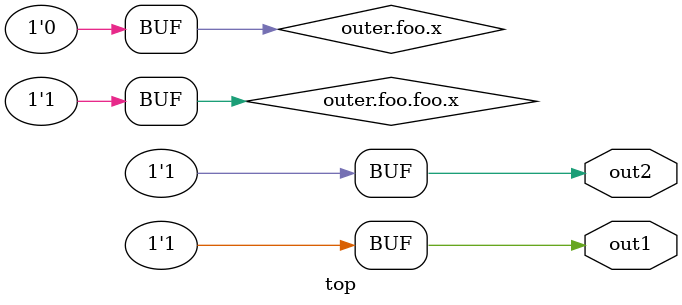
<source format=v>
`default_nettype none
module top(
	output wire out1,
	output wire out2
);
	generate
		if (1) begin : outer
			if (1) begin : foo
				wire x = 0;
				if (1) begin : foo
					wire x = 1;
					assign out1 = foo.x;
				end
				assign out2 = foo.x;
			end
		end
	endgenerate
endmodule

</source>
